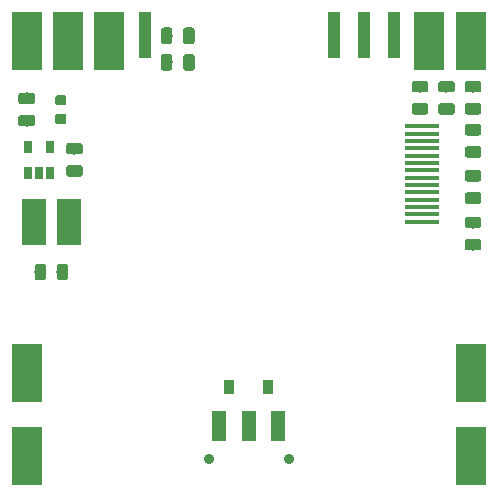
<source format=gbr>
G04 #@! TF.GenerationSoftware,KiCad,Pcbnew,(5.1.4)-1*
G04 #@! TF.CreationDate,2019-10-10T18:24:03+02:00*
G04 #@! TF.ProjectId,Top,546f702e-6b69-4636-9164-5f7063625858,rev?*
G04 #@! TF.SameCoordinates,Original*
G04 #@! TF.FileFunction,Soldermask,Bot*
G04 #@! TF.FilePolarity,Negative*
%FSLAX46Y46*%
G04 Gerber Fmt 4.6, Leading zero omitted, Abs format (unit mm)*
G04 Created by KiCad (PCBNEW (5.1.4)-1) date 2019-10-10 18:24:03*
%MOMM*%
%LPD*%
G04 APERTURE LIST*
%ADD10R,2.500000X5.000000*%
%ADD11C,0.900000*%
%ADD12R,1.200000X2.500000*%
%ADD13R,2.000000X4.000000*%
%ADD14R,3.000000X0.320000*%
%ADD15R,1.000000X4.000000*%
%ADD16R,0.650000X1.060000*%
%ADD17C,0.100000*%
%ADD18C,0.975000*%
%ADD19R,0.900000X1.200000*%
%ADD20C,0.875000*%
G04 APERTURE END LIST*
D10*
X165800000Y-97950000D03*
D11*
X153900000Y-133300000D03*
X147100000Y-133300000D03*
D12*
X148000000Y-130550000D03*
X150500000Y-130550000D03*
X153000000Y-130550000D03*
D13*
X135300000Y-113300000D03*
X132300000Y-113300000D03*
D14*
X165150000Y-105180000D03*
X165150000Y-105800000D03*
X165150000Y-106420000D03*
X165150000Y-107040000D03*
X165150000Y-107660000D03*
X165150000Y-108280000D03*
X165150000Y-108900000D03*
X165150000Y-109520000D03*
X165150000Y-110140000D03*
X165150000Y-110760000D03*
X165150000Y-111380000D03*
X165150000Y-112000000D03*
X165150000Y-112620000D03*
X165150000Y-113240000D03*
D15*
X141700000Y-97450000D03*
X157720000Y-97450000D03*
X160260000Y-97450000D03*
X162800000Y-97450000D03*
D10*
X138700000Y-97950000D03*
X169300000Y-97950000D03*
D16*
X133700000Y-109100000D03*
X132750000Y-109100000D03*
X131800000Y-109100000D03*
X131800000Y-106900000D03*
X133700000Y-106900000D03*
D10*
X131700000Y-97950000D03*
X135200000Y-97950000D03*
D17*
G36*
X135005142Y-116801174D02*
G01*
X135028803Y-116804684D01*
X135052007Y-116810496D01*
X135074529Y-116818554D01*
X135096153Y-116828782D01*
X135116670Y-116841079D01*
X135135883Y-116855329D01*
X135153607Y-116871393D01*
X135169671Y-116889117D01*
X135183921Y-116908330D01*
X135196218Y-116928847D01*
X135206446Y-116950471D01*
X135214504Y-116972993D01*
X135220316Y-116996197D01*
X135223826Y-117019858D01*
X135225000Y-117043750D01*
X135225000Y-117956250D01*
X135223826Y-117980142D01*
X135220316Y-118003803D01*
X135214504Y-118027007D01*
X135206446Y-118049529D01*
X135196218Y-118071153D01*
X135183921Y-118091670D01*
X135169671Y-118110883D01*
X135153607Y-118128607D01*
X135135883Y-118144671D01*
X135116670Y-118158921D01*
X135096153Y-118171218D01*
X135074529Y-118181446D01*
X135052007Y-118189504D01*
X135028803Y-118195316D01*
X135005142Y-118198826D01*
X134981250Y-118200000D01*
X134493750Y-118200000D01*
X134469858Y-118198826D01*
X134446197Y-118195316D01*
X134422993Y-118189504D01*
X134400471Y-118181446D01*
X134378847Y-118171218D01*
X134358330Y-118158921D01*
X134339117Y-118144671D01*
X134321393Y-118128607D01*
X134305329Y-118110883D01*
X134291079Y-118091670D01*
X134278782Y-118071153D01*
X134268554Y-118049529D01*
X134260496Y-118027007D01*
X134254684Y-118003803D01*
X134251174Y-117980142D01*
X134250000Y-117956250D01*
X134250000Y-117043750D01*
X134251174Y-117019858D01*
X134254684Y-116996197D01*
X134260496Y-116972993D01*
X134268554Y-116950471D01*
X134278782Y-116928847D01*
X134291079Y-116908330D01*
X134305329Y-116889117D01*
X134321393Y-116871393D01*
X134339117Y-116855329D01*
X134358330Y-116841079D01*
X134378847Y-116828782D01*
X134400471Y-116818554D01*
X134422993Y-116810496D01*
X134446197Y-116804684D01*
X134469858Y-116801174D01*
X134493750Y-116800000D01*
X134981250Y-116800000D01*
X135005142Y-116801174D01*
X135005142Y-116801174D01*
G37*
D18*
X134737500Y-117500000D03*
D17*
G36*
X133130142Y-116801174D02*
G01*
X133153803Y-116804684D01*
X133177007Y-116810496D01*
X133199529Y-116818554D01*
X133221153Y-116828782D01*
X133241670Y-116841079D01*
X133260883Y-116855329D01*
X133278607Y-116871393D01*
X133294671Y-116889117D01*
X133308921Y-116908330D01*
X133321218Y-116928847D01*
X133331446Y-116950471D01*
X133339504Y-116972993D01*
X133345316Y-116996197D01*
X133348826Y-117019858D01*
X133350000Y-117043750D01*
X133350000Y-117956250D01*
X133348826Y-117980142D01*
X133345316Y-118003803D01*
X133339504Y-118027007D01*
X133331446Y-118049529D01*
X133321218Y-118071153D01*
X133308921Y-118091670D01*
X133294671Y-118110883D01*
X133278607Y-118128607D01*
X133260883Y-118144671D01*
X133241670Y-118158921D01*
X133221153Y-118171218D01*
X133199529Y-118181446D01*
X133177007Y-118189504D01*
X133153803Y-118195316D01*
X133130142Y-118198826D01*
X133106250Y-118200000D01*
X132618750Y-118200000D01*
X132594858Y-118198826D01*
X132571197Y-118195316D01*
X132547993Y-118189504D01*
X132525471Y-118181446D01*
X132503847Y-118171218D01*
X132483330Y-118158921D01*
X132464117Y-118144671D01*
X132446393Y-118128607D01*
X132430329Y-118110883D01*
X132416079Y-118091670D01*
X132403782Y-118071153D01*
X132393554Y-118049529D01*
X132385496Y-118027007D01*
X132379684Y-118003803D01*
X132376174Y-117980142D01*
X132375000Y-117956250D01*
X132375000Y-117043750D01*
X132376174Y-117019858D01*
X132379684Y-116996197D01*
X132385496Y-116972993D01*
X132393554Y-116950471D01*
X132403782Y-116928847D01*
X132416079Y-116908330D01*
X132430329Y-116889117D01*
X132446393Y-116871393D01*
X132464117Y-116855329D01*
X132483330Y-116841079D01*
X132503847Y-116828782D01*
X132525471Y-116818554D01*
X132547993Y-116810496D01*
X132571197Y-116804684D01*
X132594858Y-116801174D01*
X132618750Y-116800000D01*
X133106250Y-116800000D01*
X133130142Y-116801174D01*
X133130142Y-116801174D01*
G37*
D18*
X132862500Y-117500000D03*
D17*
G36*
X169980142Y-114701174D02*
G01*
X170003803Y-114704684D01*
X170027007Y-114710496D01*
X170049529Y-114718554D01*
X170071153Y-114728782D01*
X170091670Y-114741079D01*
X170110883Y-114755329D01*
X170128607Y-114771393D01*
X170144671Y-114789117D01*
X170158921Y-114808330D01*
X170171218Y-114828847D01*
X170181446Y-114850471D01*
X170189504Y-114872993D01*
X170195316Y-114896197D01*
X170198826Y-114919858D01*
X170200000Y-114943750D01*
X170200000Y-115431250D01*
X170198826Y-115455142D01*
X170195316Y-115478803D01*
X170189504Y-115502007D01*
X170181446Y-115524529D01*
X170171218Y-115546153D01*
X170158921Y-115566670D01*
X170144671Y-115585883D01*
X170128607Y-115603607D01*
X170110883Y-115619671D01*
X170091670Y-115633921D01*
X170071153Y-115646218D01*
X170049529Y-115656446D01*
X170027007Y-115664504D01*
X170003803Y-115670316D01*
X169980142Y-115673826D01*
X169956250Y-115675000D01*
X169043750Y-115675000D01*
X169019858Y-115673826D01*
X168996197Y-115670316D01*
X168972993Y-115664504D01*
X168950471Y-115656446D01*
X168928847Y-115646218D01*
X168908330Y-115633921D01*
X168889117Y-115619671D01*
X168871393Y-115603607D01*
X168855329Y-115585883D01*
X168841079Y-115566670D01*
X168828782Y-115546153D01*
X168818554Y-115524529D01*
X168810496Y-115502007D01*
X168804684Y-115478803D01*
X168801174Y-115455142D01*
X168800000Y-115431250D01*
X168800000Y-114943750D01*
X168801174Y-114919858D01*
X168804684Y-114896197D01*
X168810496Y-114872993D01*
X168818554Y-114850471D01*
X168828782Y-114828847D01*
X168841079Y-114808330D01*
X168855329Y-114789117D01*
X168871393Y-114771393D01*
X168889117Y-114755329D01*
X168908330Y-114741079D01*
X168928847Y-114728782D01*
X168950471Y-114718554D01*
X168972993Y-114710496D01*
X168996197Y-114704684D01*
X169019858Y-114701174D01*
X169043750Y-114700000D01*
X169956250Y-114700000D01*
X169980142Y-114701174D01*
X169980142Y-114701174D01*
G37*
D18*
X169500000Y-115187500D03*
D17*
G36*
X169980142Y-112826174D02*
G01*
X170003803Y-112829684D01*
X170027007Y-112835496D01*
X170049529Y-112843554D01*
X170071153Y-112853782D01*
X170091670Y-112866079D01*
X170110883Y-112880329D01*
X170128607Y-112896393D01*
X170144671Y-112914117D01*
X170158921Y-112933330D01*
X170171218Y-112953847D01*
X170181446Y-112975471D01*
X170189504Y-112997993D01*
X170195316Y-113021197D01*
X170198826Y-113044858D01*
X170200000Y-113068750D01*
X170200000Y-113556250D01*
X170198826Y-113580142D01*
X170195316Y-113603803D01*
X170189504Y-113627007D01*
X170181446Y-113649529D01*
X170171218Y-113671153D01*
X170158921Y-113691670D01*
X170144671Y-113710883D01*
X170128607Y-113728607D01*
X170110883Y-113744671D01*
X170091670Y-113758921D01*
X170071153Y-113771218D01*
X170049529Y-113781446D01*
X170027007Y-113789504D01*
X170003803Y-113795316D01*
X169980142Y-113798826D01*
X169956250Y-113800000D01*
X169043750Y-113800000D01*
X169019858Y-113798826D01*
X168996197Y-113795316D01*
X168972993Y-113789504D01*
X168950471Y-113781446D01*
X168928847Y-113771218D01*
X168908330Y-113758921D01*
X168889117Y-113744671D01*
X168871393Y-113728607D01*
X168855329Y-113710883D01*
X168841079Y-113691670D01*
X168828782Y-113671153D01*
X168818554Y-113649529D01*
X168810496Y-113627007D01*
X168804684Y-113603803D01*
X168801174Y-113580142D01*
X168800000Y-113556250D01*
X168800000Y-113068750D01*
X168801174Y-113044858D01*
X168804684Y-113021197D01*
X168810496Y-112997993D01*
X168818554Y-112975471D01*
X168828782Y-112953847D01*
X168841079Y-112933330D01*
X168855329Y-112914117D01*
X168871393Y-112896393D01*
X168889117Y-112880329D01*
X168908330Y-112866079D01*
X168928847Y-112853782D01*
X168950471Y-112843554D01*
X168972993Y-112835496D01*
X168996197Y-112829684D01*
X169019858Y-112826174D01*
X169043750Y-112825000D01*
X169956250Y-112825000D01*
X169980142Y-112826174D01*
X169980142Y-112826174D01*
G37*
D18*
X169500000Y-113312500D03*
D17*
G36*
X169980142Y-108876174D02*
G01*
X170003803Y-108879684D01*
X170027007Y-108885496D01*
X170049529Y-108893554D01*
X170071153Y-108903782D01*
X170091670Y-108916079D01*
X170110883Y-108930329D01*
X170128607Y-108946393D01*
X170144671Y-108964117D01*
X170158921Y-108983330D01*
X170171218Y-109003847D01*
X170181446Y-109025471D01*
X170189504Y-109047993D01*
X170195316Y-109071197D01*
X170198826Y-109094858D01*
X170200000Y-109118750D01*
X170200000Y-109606250D01*
X170198826Y-109630142D01*
X170195316Y-109653803D01*
X170189504Y-109677007D01*
X170181446Y-109699529D01*
X170171218Y-109721153D01*
X170158921Y-109741670D01*
X170144671Y-109760883D01*
X170128607Y-109778607D01*
X170110883Y-109794671D01*
X170091670Y-109808921D01*
X170071153Y-109821218D01*
X170049529Y-109831446D01*
X170027007Y-109839504D01*
X170003803Y-109845316D01*
X169980142Y-109848826D01*
X169956250Y-109850000D01*
X169043750Y-109850000D01*
X169019858Y-109848826D01*
X168996197Y-109845316D01*
X168972993Y-109839504D01*
X168950471Y-109831446D01*
X168928847Y-109821218D01*
X168908330Y-109808921D01*
X168889117Y-109794671D01*
X168871393Y-109778607D01*
X168855329Y-109760883D01*
X168841079Y-109741670D01*
X168828782Y-109721153D01*
X168818554Y-109699529D01*
X168810496Y-109677007D01*
X168804684Y-109653803D01*
X168801174Y-109630142D01*
X168800000Y-109606250D01*
X168800000Y-109118750D01*
X168801174Y-109094858D01*
X168804684Y-109071197D01*
X168810496Y-109047993D01*
X168818554Y-109025471D01*
X168828782Y-109003847D01*
X168841079Y-108983330D01*
X168855329Y-108964117D01*
X168871393Y-108946393D01*
X168889117Y-108930329D01*
X168908330Y-108916079D01*
X168928847Y-108903782D01*
X168950471Y-108893554D01*
X168972993Y-108885496D01*
X168996197Y-108879684D01*
X169019858Y-108876174D01*
X169043750Y-108875000D01*
X169956250Y-108875000D01*
X169980142Y-108876174D01*
X169980142Y-108876174D01*
G37*
D18*
X169500000Y-109362500D03*
D17*
G36*
X169980142Y-110751174D02*
G01*
X170003803Y-110754684D01*
X170027007Y-110760496D01*
X170049529Y-110768554D01*
X170071153Y-110778782D01*
X170091670Y-110791079D01*
X170110883Y-110805329D01*
X170128607Y-110821393D01*
X170144671Y-110839117D01*
X170158921Y-110858330D01*
X170171218Y-110878847D01*
X170181446Y-110900471D01*
X170189504Y-110922993D01*
X170195316Y-110946197D01*
X170198826Y-110969858D01*
X170200000Y-110993750D01*
X170200000Y-111481250D01*
X170198826Y-111505142D01*
X170195316Y-111528803D01*
X170189504Y-111552007D01*
X170181446Y-111574529D01*
X170171218Y-111596153D01*
X170158921Y-111616670D01*
X170144671Y-111635883D01*
X170128607Y-111653607D01*
X170110883Y-111669671D01*
X170091670Y-111683921D01*
X170071153Y-111696218D01*
X170049529Y-111706446D01*
X170027007Y-111714504D01*
X170003803Y-111720316D01*
X169980142Y-111723826D01*
X169956250Y-111725000D01*
X169043750Y-111725000D01*
X169019858Y-111723826D01*
X168996197Y-111720316D01*
X168972993Y-111714504D01*
X168950471Y-111706446D01*
X168928847Y-111696218D01*
X168908330Y-111683921D01*
X168889117Y-111669671D01*
X168871393Y-111653607D01*
X168855329Y-111635883D01*
X168841079Y-111616670D01*
X168828782Y-111596153D01*
X168818554Y-111574529D01*
X168810496Y-111552007D01*
X168804684Y-111528803D01*
X168801174Y-111505142D01*
X168800000Y-111481250D01*
X168800000Y-110993750D01*
X168801174Y-110969858D01*
X168804684Y-110946197D01*
X168810496Y-110922993D01*
X168818554Y-110900471D01*
X168828782Y-110878847D01*
X168841079Y-110858330D01*
X168855329Y-110839117D01*
X168871393Y-110821393D01*
X168889117Y-110805329D01*
X168908330Y-110791079D01*
X168928847Y-110778782D01*
X168950471Y-110768554D01*
X168972993Y-110760496D01*
X168996197Y-110754684D01*
X169019858Y-110751174D01*
X169043750Y-110750000D01*
X169956250Y-110750000D01*
X169980142Y-110751174D01*
X169980142Y-110751174D01*
G37*
D18*
X169500000Y-111237500D03*
D17*
G36*
X169980142Y-104976174D02*
G01*
X170003803Y-104979684D01*
X170027007Y-104985496D01*
X170049529Y-104993554D01*
X170071153Y-105003782D01*
X170091670Y-105016079D01*
X170110883Y-105030329D01*
X170128607Y-105046393D01*
X170144671Y-105064117D01*
X170158921Y-105083330D01*
X170171218Y-105103847D01*
X170181446Y-105125471D01*
X170189504Y-105147993D01*
X170195316Y-105171197D01*
X170198826Y-105194858D01*
X170200000Y-105218750D01*
X170200000Y-105706250D01*
X170198826Y-105730142D01*
X170195316Y-105753803D01*
X170189504Y-105777007D01*
X170181446Y-105799529D01*
X170171218Y-105821153D01*
X170158921Y-105841670D01*
X170144671Y-105860883D01*
X170128607Y-105878607D01*
X170110883Y-105894671D01*
X170091670Y-105908921D01*
X170071153Y-105921218D01*
X170049529Y-105931446D01*
X170027007Y-105939504D01*
X170003803Y-105945316D01*
X169980142Y-105948826D01*
X169956250Y-105950000D01*
X169043750Y-105950000D01*
X169019858Y-105948826D01*
X168996197Y-105945316D01*
X168972993Y-105939504D01*
X168950471Y-105931446D01*
X168928847Y-105921218D01*
X168908330Y-105908921D01*
X168889117Y-105894671D01*
X168871393Y-105878607D01*
X168855329Y-105860883D01*
X168841079Y-105841670D01*
X168828782Y-105821153D01*
X168818554Y-105799529D01*
X168810496Y-105777007D01*
X168804684Y-105753803D01*
X168801174Y-105730142D01*
X168800000Y-105706250D01*
X168800000Y-105218750D01*
X168801174Y-105194858D01*
X168804684Y-105171197D01*
X168810496Y-105147993D01*
X168818554Y-105125471D01*
X168828782Y-105103847D01*
X168841079Y-105083330D01*
X168855329Y-105064117D01*
X168871393Y-105046393D01*
X168889117Y-105030329D01*
X168908330Y-105016079D01*
X168928847Y-105003782D01*
X168950471Y-104993554D01*
X168972993Y-104985496D01*
X168996197Y-104979684D01*
X169019858Y-104976174D01*
X169043750Y-104975000D01*
X169956250Y-104975000D01*
X169980142Y-104976174D01*
X169980142Y-104976174D01*
G37*
D18*
X169500000Y-105462500D03*
D17*
G36*
X169980142Y-106851174D02*
G01*
X170003803Y-106854684D01*
X170027007Y-106860496D01*
X170049529Y-106868554D01*
X170071153Y-106878782D01*
X170091670Y-106891079D01*
X170110883Y-106905329D01*
X170128607Y-106921393D01*
X170144671Y-106939117D01*
X170158921Y-106958330D01*
X170171218Y-106978847D01*
X170181446Y-107000471D01*
X170189504Y-107022993D01*
X170195316Y-107046197D01*
X170198826Y-107069858D01*
X170200000Y-107093750D01*
X170200000Y-107581250D01*
X170198826Y-107605142D01*
X170195316Y-107628803D01*
X170189504Y-107652007D01*
X170181446Y-107674529D01*
X170171218Y-107696153D01*
X170158921Y-107716670D01*
X170144671Y-107735883D01*
X170128607Y-107753607D01*
X170110883Y-107769671D01*
X170091670Y-107783921D01*
X170071153Y-107796218D01*
X170049529Y-107806446D01*
X170027007Y-107814504D01*
X170003803Y-107820316D01*
X169980142Y-107823826D01*
X169956250Y-107825000D01*
X169043750Y-107825000D01*
X169019858Y-107823826D01*
X168996197Y-107820316D01*
X168972993Y-107814504D01*
X168950471Y-107806446D01*
X168928847Y-107796218D01*
X168908330Y-107783921D01*
X168889117Y-107769671D01*
X168871393Y-107753607D01*
X168855329Y-107735883D01*
X168841079Y-107716670D01*
X168828782Y-107696153D01*
X168818554Y-107674529D01*
X168810496Y-107652007D01*
X168804684Y-107628803D01*
X168801174Y-107605142D01*
X168800000Y-107581250D01*
X168800000Y-107093750D01*
X168801174Y-107069858D01*
X168804684Y-107046197D01*
X168810496Y-107022993D01*
X168818554Y-107000471D01*
X168828782Y-106978847D01*
X168841079Y-106958330D01*
X168855329Y-106939117D01*
X168871393Y-106921393D01*
X168889117Y-106905329D01*
X168908330Y-106891079D01*
X168928847Y-106878782D01*
X168950471Y-106868554D01*
X168972993Y-106860496D01*
X168996197Y-106854684D01*
X169019858Y-106851174D01*
X169043750Y-106850000D01*
X169956250Y-106850000D01*
X169980142Y-106851174D01*
X169980142Y-106851174D01*
G37*
D18*
X169500000Y-107337500D03*
D17*
G36*
X165480142Y-101326174D02*
G01*
X165503803Y-101329684D01*
X165527007Y-101335496D01*
X165549529Y-101343554D01*
X165571153Y-101353782D01*
X165591670Y-101366079D01*
X165610883Y-101380329D01*
X165628607Y-101396393D01*
X165644671Y-101414117D01*
X165658921Y-101433330D01*
X165671218Y-101453847D01*
X165681446Y-101475471D01*
X165689504Y-101497993D01*
X165695316Y-101521197D01*
X165698826Y-101544858D01*
X165700000Y-101568750D01*
X165700000Y-102056250D01*
X165698826Y-102080142D01*
X165695316Y-102103803D01*
X165689504Y-102127007D01*
X165681446Y-102149529D01*
X165671218Y-102171153D01*
X165658921Y-102191670D01*
X165644671Y-102210883D01*
X165628607Y-102228607D01*
X165610883Y-102244671D01*
X165591670Y-102258921D01*
X165571153Y-102271218D01*
X165549529Y-102281446D01*
X165527007Y-102289504D01*
X165503803Y-102295316D01*
X165480142Y-102298826D01*
X165456250Y-102300000D01*
X164543750Y-102300000D01*
X164519858Y-102298826D01*
X164496197Y-102295316D01*
X164472993Y-102289504D01*
X164450471Y-102281446D01*
X164428847Y-102271218D01*
X164408330Y-102258921D01*
X164389117Y-102244671D01*
X164371393Y-102228607D01*
X164355329Y-102210883D01*
X164341079Y-102191670D01*
X164328782Y-102171153D01*
X164318554Y-102149529D01*
X164310496Y-102127007D01*
X164304684Y-102103803D01*
X164301174Y-102080142D01*
X164300000Y-102056250D01*
X164300000Y-101568750D01*
X164301174Y-101544858D01*
X164304684Y-101521197D01*
X164310496Y-101497993D01*
X164318554Y-101475471D01*
X164328782Y-101453847D01*
X164341079Y-101433330D01*
X164355329Y-101414117D01*
X164371393Y-101396393D01*
X164389117Y-101380329D01*
X164408330Y-101366079D01*
X164428847Y-101353782D01*
X164450471Y-101343554D01*
X164472993Y-101335496D01*
X164496197Y-101329684D01*
X164519858Y-101326174D01*
X164543750Y-101325000D01*
X165456250Y-101325000D01*
X165480142Y-101326174D01*
X165480142Y-101326174D01*
G37*
D18*
X165000000Y-101812500D03*
D17*
G36*
X165480142Y-103201174D02*
G01*
X165503803Y-103204684D01*
X165527007Y-103210496D01*
X165549529Y-103218554D01*
X165571153Y-103228782D01*
X165591670Y-103241079D01*
X165610883Y-103255329D01*
X165628607Y-103271393D01*
X165644671Y-103289117D01*
X165658921Y-103308330D01*
X165671218Y-103328847D01*
X165681446Y-103350471D01*
X165689504Y-103372993D01*
X165695316Y-103396197D01*
X165698826Y-103419858D01*
X165700000Y-103443750D01*
X165700000Y-103931250D01*
X165698826Y-103955142D01*
X165695316Y-103978803D01*
X165689504Y-104002007D01*
X165681446Y-104024529D01*
X165671218Y-104046153D01*
X165658921Y-104066670D01*
X165644671Y-104085883D01*
X165628607Y-104103607D01*
X165610883Y-104119671D01*
X165591670Y-104133921D01*
X165571153Y-104146218D01*
X165549529Y-104156446D01*
X165527007Y-104164504D01*
X165503803Y-104170316D01*
X165480142Y-104173826D01*
X165456250Y-104175000D01*
X164543750Y-104175000D01*
X164519858Y-104173826D01*
X164496197Y-104170316D01*
X164472993Y-104164504D01*
X164450471Y-104156446D01*
X164428847Y-104146218D01*
X164408330Y-104133921D01*
X164389117Y-104119671D01*
X164371393Y-104103607D01*
X164355329Y-104085883D01*
X164341079Y-104066670D01*
X164328782Y-104046153D01*
X164318554Y-104024529D01*
X164310496Y-104002007D01*
X164304684Y-103978803D01*
X164301174Y-103955142D01*
X164300000Y-103931250D01*
X164300000Y-103443750D01*
X164301174Y-103419858D01*
X164304684Y-103396197D01*
X164310496Y-103372993D01*
X164318554Y-103350471D01*
X164328782Y-103328847D01*
X164341079Y-103308330D01*
X164355329Y-103289117D01*
X164371393Y-103271393D01*
X164389117Y-103255329D01*
X164408330Y-103241079D01*
X164428847Y-103228782D01*
X164450471Y-103218554D01*
X164472993Y-103210496D01*
X164496197Y-103204684D01*
X164519858Y-103201174D01*
X164543750Y-103200000D01*
X165456250Y-103200000D01*
X165480142Y-103201174D01*
X165480142Y-103201174D01*
G37*
D18*
X165000000Y-103687500D03*
D17*
G36*
X167730142Y-101326174D02*
G01*
X167753803Y-101329684D01*
X167777007Y-101335496D01*
X167799529Y-101343554D01*
X167821153Y-101353782D01*
X167841670Y-101366079D01*
X167860883Y-101380329D01*
X167878607Y-101396393D01*
X167894671Y-101414117D01*
X167908921Y-101433330D01*
X167921218Y-101453847D01*
X167931446Y-101475471D01*
X167939504Y-101497993D01*
X167945316Y-101521197D01*
X167948826Y-101544858D01*
X167950000Y-101568750D01*
X167950000Y-102056250D01*
X167948826Y-102080142D01*
X167945316Y-102103803D01*
X167939504Y-102127007D01*
X167931446Y-102149529D01*
X167921218Y-102171153D01*
X167908921Y-102191670D01*
X167894671Y-102210883D01*
X167878607Y-102228607D01*
X167860883Y-102244671D01*
X167841670Y-102258921D01*
X167821153Y-102271218D01*
X167799529Y-102281446D01*
X167777007Y-102289504D01*
X167753803Y-102295316D01*
X167730142Y-102298826D01*
X167706250Y-102300000D01*
X166793750Y-102300000D01*
X166769858Y-102298826D01*
X166746197Y-102295316D01*
X166722993Y-102289504D01*
X166700471Y-102281446D01*
X166678847Y-102271218D01*
X166658330Y-102258921D01*
X166639117Y-102244671D01*
X166621393Y-102228607D01*
X166605329Y-102210883D01*
X166591079Y-102191670D01*
X166578782Y-102171153D01*
X166568554Y-102149529D01*
X166560496Y-102127007D01*
X166554684Y-102103803D01*
X166551174Y-102080142D01*
X166550000Y-102056250D01*
X166550000Y-101568750D01*
X166551174Y-101544858D01*
X166554684Y-101521197D01*
X166560496Y-101497993D01*
X166568554Y-101475471D01*
X166578782Y-101453847D01*
X166591079Y-101433330D01*
X166605329Y-101414117D01*
X166621393Y-101396393D01*
X166639117Y-101380329D01*
X166658330Y-101366079D01*
X166678847Y-101353782D01*
X166700471Y-101343554D01*
X166722993Y-101335496D01*
X166746197Y-101329684D01*
X166769858Y-101326174D01*
X166793750Y-101325000D01*
X167706250Y-101325000D01*
X167730142Y-101326174D01*
X167730142Y-101326174D01*
G37*
D18*
X167250000Y-101812500D03*
D17*
G36*
X167730142Y-103201174D02*
G01*
X167753803Y-103204684D01*
X167777007Y-103210496D01*
X167799529Y-103218554D01*
X167821153Y-103228782D01*
X167841670Y-103241079D01*
X167860883Y-103255329D01*
X167878607Y-103271393D01*
X167894671Y-103289117D01*
X167908921Y-103308330D01*
X167921218Y-103328847D01*
X167931446Y-103350471D01*
X167939504Y-103372993D01*
X167945316Y-103396197D01*
X167948826Y-103419858D01*
X167950000Y-103443750D01*
X167950000Y-103931250D01*
X167948826Y-103955142D01*
X167945316Y-103978803D01*
X167939504Y-104002007D01*
X167931446Y-104024529D01*
X167921218Y-104046153D01*
X167908921Y-104066670D01*
X167894671Y-104085883D01*
X167878607Y-104103607D01*
X167860883Y-104119671D01*
X167841670Y-104133921D01*
X167821153Y-104146218D01*
X167799529Y-104156446D01*
X167777007Y-104164504D01*
X167753803Y-104170316D01*
X167730142Y-104173826D01*
X167706250Y-104175000D01*
X166793750Y-104175000D01*
X166769858Y-104173826D01*
X166746197Y-104170316D01*
X166722993Y-104164504D01*
X166700471Y-104156446D01*
X166678847Y-104146218D01*
X166658330Y-104133921D01*
X166639117Y-104119671D01*
X166621393Y-104103607D01*
X166605329Y-104085883D01*
X166591079Y-104066670D01*
X166578782Y-104046153D01*
X166568554Y-104024529D01*
X166560496Y-104002007D01*
X166554684Y-103978803D01*
X166551174Y-103955142D01*
X166550000Y-103931250D01*
X166550000Y-103443750D01*
X166551174Y-103419858D01*
X166554684Y-103396197D01*
X166560496Y-103372993D01*
X166568554Y-103350471D01*
X166578782Y-103328847D01*
X166591079Y-103308330D01*
X166605329Y-103289117D01*
X166621393Y-103271393D01*
X166639117Y-103255329D01*
X166658330Y-103241079D01*
X166678847Y-103228782D01*
X166700471Y-103218554D01*
X166722993Y-103210496D01*
X166746197Y-103204684D01*
X166769858Y-103201174D01*
X166793750Y-103200000D01*
X167706250Y-103200000D01*
X167730142Y-103201174D01*
X167730142Y-103201174D01*
G37*
D18*
X167250000Y-103687500D03*
D17*
G36*
X145705142Y-99051174D02*
G01*
X145728803Y-99054684D01*
X145752007Y-99060496D01*
X145774529Y-99068554D01*
X145796153Y-99078782D01*
X145816670Y-99091079D01*
X145835883Y-99105329D01*
X145853607Y-99121393D01*
X145869671Y-99139117D01*
X145883921Y-99158330D01*
X145896218Y-99178847D01*
X145906446Y-99200471D01*
X145914504Y-99222993D01*
X145920316Y-99246197D01*
X145923826Y-99269858D01*
X145925000Y-99293750D01*
X145925000Y-100206250D01*
X145923826Y-100230142D01*
X145920316Y-100253803D01*
X145914504Y-100277007D01*
X145906446Y-100299529D01*
X145896218Y-100321153D01*
X145883921Y-100341670D01*
X145869671Y-100360883D01*
X145853607Y-100378607D01*
X145835883Y-100394671D01*
X145816670Y-100408921D01*
X145796153Y-100421218D01*
X145774529Y-100431446D01*
X145752007Y-100439504D01*
X145728803Y-100445316D01*
X145705142Y-100448826D01*
X145681250Y-100450000D01*
X145193750Y-100450000D01*
X145169858Y-100448826D01*
X145146197Y-100445316D01*
X145122993Y-100439504D01*
X145100471Y-100431446D01*
X145078847Y-100421218D01*
X145058330Y-100408921D01*
X145039117Y-100394671D01*
X145021393Y-100378607D01*
X145005329Y-100360883D01*
X144991079Y-100341670D01*
X144978782Y-100321153D01*
X144968554Y-100299529D01*
X144960496Y-100277007D01*
X144954684Y-100253803D01*
X144951174Y-100230142D01*
X144950000Y-100206250D01*
X144950000Y-99293750D01*
X144951174Y-99269858D01*
X144954684Y-99246197D01*
X144960496Y-99222993D01*
X144968554Y-99200471D01*
X144978782Y-99178847D01*
X144991079Y-99158330D01*
X145005329Y-99139117D01*
X145021393Y-99121393D01*
X145039117Y-99105329D01*
X145058330Y-99091079D01*
X145078847Y-99078782D01*
X145100471Y-99068554D01*
X145122993Y-99060496D01*
X145146197Y-99054684D01*
X145169858Y-99051174D01*
X145193750Y-99050000D01*
X145681250Y-99050000D01*
X145705142Y-99051174D01*
X145705142Y-99051174D01*
G37*
D18*
X145437500Y-99750000D03*
D17*
G36*
X143830142Y-99051174D02*
G01*
X143853803Y-99054684D01*
X143877007Y-99060496D01*
X143899529Y-99068554D01*
X143921153Y-99078782D01*
X143941670Y-99091079D01*
X143960883Y-99105329D01*
X143978607Y-99121393D01*
X143994671Y-99139117D01*
X144008921Y-99158330D01*
X144021218Y-99178847D01*
X144031446Y-99200471D01*
X144039504Y-99222993D01*
X144045316Y-99246197D01*
X144048826Y-99269858D01*
X144050000Y-99293750D01*
X144050000Y-100206250D01*
X144048826Y-100230142D01*
X144045316Y-100253803D01*
X144039504Y-100277007D01*
X144031446Y-100299529D01*
X144021218Y-100321153D01*
X144008921Y-100341670D01*
X143994671Y-100360883D01*
X143978607Y-100378607D01*
X143960883Y-100394671D01*
X143941670Y-100408921D01*
X143921153Y-100421218D01*
X143899529Y-100431446D01*
X143877007Y-100439504D01*
X143853803Y-100445316D01*
X143830142Y-100448826D01*
X143806250Y-100450000D01*
X143318750Y-100450000D01*
X143294858Y-100448826D01*
X143271197Y-100445316D01*
X143247993Y-100439504D01*
X143225471Y-100431446D01*
X143203847Y-100421218D01*
X143183330Y-100408921D01*
X143164117Y-100394671D01*
X143146393Y-100378607D01*
X143130329Y-100360883D01*
X143116079Y-100341670D01*
X143103782Y-100321153D01*
X143093554Y-100299529D01*
X143085496Y-100277007D01*
X143079684Y-100253803D01*
X143076174Y-100230142D01*
X143075000Y-100206250D01*
X143075000Y-99293750D01*
X143076174Y-99269858D01*
X143079684Y-99246197D01*
X143085496Y-99222993D01*
X143093554Y-99200471D01*
X143103782Y-99178847D01*
X143116079Y-99158330D01*
X143130329Y-99139117D01*
X143146393Y-99121393D01*
X143164117Y-99105329D01*
X143183330Y-99091079D01*
X143203847Y-99078782D01*
X143225471Y-99068554D01*
X143247993Y-99060496D01*
X143271197Y-99054684D01*
X143294858Y-99051174D01*
X143318750Y-99050000D01*
X143806250Y-99050000D01*
X143830142Y-99051174D01*
X143830142Y-99051174D01*
G37*
D18*
X143562500Y-99750000D03*
D17*
G36*
X145705142Y-96801174D02*
G01*
X145728803Y-96804684D01*
X145752007Y-96810496D01*
X145774529Y-96818554D01*
X145796153Y-96828782D01*
X145816670Y-96841079D01*
X145835883Y-96855329D01*
X145853607Y-96871393D01*
X145869671Y-96889117D01*
X145883921Y-96908330D01*
X145896218Y-96928847D01*
X145906446Y-96950471D01*
X145914504Y-96972993D01*
X145920316Y-96996197D01*
X145923826Y-97019858D01*
X145925000Y-97043750D01*
X145925000Y-97956250D01*
X145923826Y-97980142D01*
X145920316Y-98003803D01*
X145914504Y-98027007D01*
X145906446Y-98049529D01*
X145896218Y-98071153D01*
X145883921Y-98091670D01*
X145869671Y-98110883D01*
X145853607Y-98128607D01*
X145835883Y-98144671D01*
X145816670Y-98158921D01*
X145796153Y-98171218D01*
X145774529Y-98181446D01*
X145752007Y-98189504D01*
X145728803Y-98195316D01*
X145705142Y-98198826D01*
X145681250Y-98200000D01*
X145193750Y-98200000D01*
X145169858Y-98198826D01*
X145146197Y-98195316D01*
X145122993Y-98189504D01*
X145100471Y-98181446D01*
X145078847Y-98171218D01*
X145058330Y-98158921D01*
X145039117Y-98144671D01*
X145021393Y-98128607D01*
X145005329Y-98110883D01*
X144991079Y-98091670D01*
X144978782Y-98071153D01*
X144968554Y-98049529D01*
X144960496Y-98027007D01*
X144954684Y-98003803D01*
X144951174Y-97980142D01*
X144950000Y-97956250D01*
X144950000Y-97043750D01*
X144951174Y-97019858D01*
X144954684Y-96996197D01*
X144960496Y-96972993D01*
X144968554Y-96950471D01*
X144978782Y-96928847D01*
X144991079Y-96908330D01*
X145005329Y-96889117D01*
X145021393Y-96871393D01*
X145039117Y-96855329D01*
X145058330Y-96841079D01*
X145078847Y-96828782D01*
X145100471Y-96818554D01*
X145122993Y-96810496D01*
X145146197Y-96804684D01*
X145169858Y-96801174D01*
X145193750Y-96800000D01*
X145681250Y-96800000D01*
X145705142Y-96801174D01*
X145705142Y-96801174D01*
G37*
D18*
X145437500Y-97500000D03*
D17*
G36*
X143830142Y-96801174D02*
G01*
X143853803Y-96804684D01*
X143877007Y-96810496D01*
X143899529Y-96818554D01*
X143921153Y-96828782D01*
X143941670Y-96841079D01*
X143960883Y-96855329D01*
X143978607Y-96871393D01*
X143994671Y-96889117D01*
X144008921Y-96908330D01*
X144021218Y-96928847D01*
X144031446Y-96950471D01*
X144039504Y-96972993D01*
X144045316Y-96996197D01*
X144048826Y-97019858D01*
X144050000Y-97043750D01*
X144050000Y-97956250D01*
X144048826Y-97980142D01*
X144045316Y-98003803D01*
X144039504Y-98027007D01*
X144031446Y-98049529D01*
X144021218Y-98071153D01*
X144008921Y-98091670D01*
X143994671Y-98110883D01*
X143978607Y-98128607D01*
X143960883Y-98144671D01*
X143941670Y-98158921D01*
X143921153Y-98171218D01*
X143899529Y-98181446D01*
X143877007Y-98189504D01*
X143853803Y-98195316D01*
X143830142Y-98198826D01*
X143806250Y-98200000D01*
X143318750Y-98200000D01*
X143294858Y-98198826D01*
X143271197Y-98195316D01*
X143247993Y-98189504D01*
X143225471Y-98181446D01*
X143203847Y-98171218D01*
X143183330Y-98158921D01*
X143164117Y-98144671D01*
X143146393Y-98128607D01*
X143130329Y-98110883D01*
X143116079Y-98091670D01*
X143103782Y-98071153D01*
X143093554Y-98049529D01*
X143085496Y-98027007D01*
X143079684Y-98003803D01*
X143076174Y-97980142D01*
X143075000Y-97956250D01*
X143075000Y-97043750D01*
X143076174Y-97019858D01*
X143079684Y-96996197D01*
X143085496Y-96972993D01*
X143093554Y-96950471D01*
X143103782Y-96928847D01*
X143116079Y-96908330D01*
X143130329Y-96889117D01*
X143146393Y-96871393D01*
X143164117Y-96855329D01*
X143183330Y-96841079D01*
X143203847Y-96828782D01*
X143225471Y-96818554D01*
X143247993Y-96810496D01*
X143271197Y-96804684D01*
X143294858Y-96801174D01*
X143318750Y-96800000D01*
X143806250Y-96800000D01*
X143830142Y-96801174D01*
X143830142Y-96801174D01*
G37*
D18*
X143562500Y-97500000D03*
D17*
G36*
X136230142Y-108451174D02*
G01*
X136253803Y-108454684D01*
X136277007Y-108460496D01*
X136299529Y-108468554D01*
X136321153Y-108478782D01*
X136341670Y-108491079D01*
X136360883Y-108505329D01*
X136378607Y-108521393D01*
X136394671Y-108539117D01*
X136408921Y-108558330D01*
X136421218Y-108578847D01*
X136431446Y-108600471D01*
X136439504Y-108622993D01*
X136445316Y-108646197D01*
X136448826Y-108669858D01*
X136450000Y-108693750D01*
X136450000Y-109181250D01*
X136448826Y-109205142D01*
X136445316Y-109228803D01*
X136439504Y-109252007D01*
X136431446Y-109274529D01*
X136421218Y-109296153D01*
X136408921Y-109316670D01*
X136394671Y-109335883D01*
X136378607Y-109353607D01*
X136360883Y-109369671D01*
X136341670Y-109383921D01*
X136321153Y-109396218D01*
X136299529Y-109406446D01*
X136277007Y-109414504D01*
X136253803Y-109420316D01*
X136230142Y-109423826D01*
X136206250Y-109425000D01*
X135293750Y-109425000D01*
X135269858Y-109423826D01*
X135246197Y-109420316D01*
X135222993Y-109414504D01*
X135200471Y-109406446D01*
X135178847Y-109396218D01*
X135158330Y-109383921D01*
X135139117Y-109369671D01*
X135121393Y-109353607D01*
X135105329Y-109335883D01*
X135091079Y-109316670D01*
X135078782Y-109296153D01*
X135068554Y-109274529D01*
X135060496Y-109252007D01*
X135054684Y-109228803D01*
X135051174Y-109205142D01*
X135050000Y-109181250D01*
X135050000Y-108693750D01*
X135051174Y-108669858D01*
X135054684Y-108646197D01*
X135060496Y-108622993D01*
X135068554Y-108600471D01*
X135078782Y-108578847D01*
X135091079Y-108558330D01*
X135105329Y-108539117D01*
X135121393Y-108521393D01*
X135139117Y-108505329D01*
X135158330Y-108491079D01*
X135178847Y-108478782D01*
X135200471Y-108468554D01*
X135222993Y-108460496D01*
X135246197Y-108454684D01*
X135269858Y-108451174D01*
X135293750Y-108450000D01*
X136206250Y-108450000D01*
X136230142Y-108451174D01*
X136230142Y-108451174D01*
G37*
D18*
X135750000Y-108937500D03*
D17*
G36*
X136230142Y-106576174D02*
G01*
X136253803Y-106579684D01*
X136277007Y-106585496D01*
X136299529Y-106593554D01*
X136321153Y-106603782D01*
X136341670Y-106616079D01*
X136360883Y-106630329D01*
X136378607Y-106646393D01*
X136394671Y-106664117D01*
X136408921Y-106683330D01*
X136421218Y-106703847D01*
X136431446Y-106725471D01*
X136439504Y-106747993D01*
X136445316Y-106771197D01*
X136448826Y-106794858D01*
X136450000Y-106818750D01*
X136450000Y-107306250D01*
X136448826Y-107330142D01*
X136445316Y-107353803D01*
X136439504Y-107377007D01*
X136431446Y-107399529D01*
X136421218Y-107421153D01*
X136408921Y-107441670D01*
X136394671Y-107460883D01*
X136378607Y-107478607D01*
X136360883Y-107494671D01*
X136341670Y-107508921D01*
X136321153Y-107521218D01*
X136299529Y-107531446D01*
X136277007Y-107539504D01*
X136253803Y-107545316D01*
X136230142Y-107548826D01*
X136206250Y-107550000D01*
X135293750Y-107550000D01*
X135269858Y-107548826D01*
X135246197Y-107545316D01*
X135222993Y-107539504D01*
X135200471Y-107531446D01*
X135178847Y-107521218D01*
X135158330Y-107508921D01*
X135139117Y-107494671D01*
X135121393Y-107478607D01*
X135105329Y-107460883D01*
X135091079Y-107441670D01*
X135078782Y-107421153D01*
X135068554Y-107399529D01*
X135060496Y-107377007D01*
X135054684Y-107353803D01*
X135051174Y-107330142D01*
X135050000Y-107306250D01*
X135050000Y-106818750D01*
X135051174Y-106794858D01*
X135054684Y-106771197D01*
X135060496Y-106747993D01*
X135068554Y-106725471D01*
X135078782Y-106703847D01*
X135091079Y-106683330D01*
X135105329Y-106664117D01*
X135121393Y-106646393D01*
X135139117Y-106630329D01*
X135158330Y-106616079D01*
X135178847Y-106603782D01*
X135200471Y-106593554D01*
X135222993Y-106585496D01*
X135246197Y-106579684D01*
X135269858Y-106576174D01*
X135293750Y-106575000D01*
X136206250Y-106575000D01*
X136230142Y-106576174D01*
X136230142Y-106576174D01*
G37*
D18*
X135750000Y-107062500D03*
D17*
G36*
X132180142Y-104201174D02*
G01*
X132203803Y-104204684D01*
X132227007Y-104210496D01*
X132249529Y-104218554D01*
X132271153Y-104228782D01*
X132291670Y-104241079D01*
X132310883Y-104255329D01*
X132328607Y-104271393D01*
X132344671Y-104289117D01*
X132358921Y-104308330D01*
X132371218Y-104328847D01*
X132381446Y-104350471D01*
X132389504Y-104372993D01*
X132395316Y-104396197D01*
X132398826Y-104419858D01*
X132400000Y-104443750D01*
X132400000Y-104931250D01*
X132398826Y-104955142D01*
X132395316Y-104978803D01*
X132389504Y-105002007D01*
X132381446Y-105024529D01*
X132371218Y-105046153D01*
X132358921Y-105066670D01*
X132344671Y-105085883D01*
X132328607Y-105103607D01*
X132310883Y-105119671D01*
X132291670Y-105133921D01*
X132271153Y-105146218D01*
X132249529Y-105156446D01*
X132227007Y-105164504D01*
X132203803Y-105170316D01*
X132180142Y-105173826D01*
X132156250Y-105175000D01*
X131243750Y-105175000D01*
X131219858Y-105173826D01*
X131196197Y-105170316D01*
X131172993Y-105164504D01*
X131150471Y-105156446D01*
X131128847Y-105146218D01*
X131108330Y-105133921D01*
X131089117Y-105119671D01*
X131071393Y-105103607D01*
X131055329Y-105085883D01*
X131041079Y-105066670D01*
X131028782Y-105046153D01*
X131018554Y-105024529D01*
X131010496Y-105002007D01*
X131004684Y-104978803D01*
X131001174Y-104955142D01*
X131000000Y-104931250D01*
X131000000Y-104443750D01*
X131001174Y-104419858D01*
X131004684Y-104396197D01*
X131010496Y-104372993D01*
X131018554Y-104350471D01*
X131028782Y-104328847D01*
X131041079Y-104308330D01*
X131055329Y-104289117D01*
X131071393Y-104271393D01*
X131089117Y-104255329D01*
X131108330Y-104241079D01*
X131128847Y-104228782D01*
X131150471Y-104218554D01*
X131172993Y-104210496D01*
X131196197Y-104204684D01*
X131219858Y-104201174D01*
X131243750Y-104200000D01*
X132156250Y-104200000D01*
X132180142Y-104201174D01*
X132180142Y-104201174D01*
G37*
D18*
X131700000Y-104687500D03*
D17*
G36*
X132180142Y-102326174D02*
G01*
X132203803Y-102329684D01*
X132227007Y-102335496D01*
X132249529Y-102343554D01*
X132271153Y-102353782D01*
X132291670Y-102366079D01*
X132310883Y-102380329D01*
X132328607Y-102396393D01*
X132344671Y-102414117D01*
X132358921Y-102433330D01*
X132371218Y-102453847D01*
X132381446Y-102475471D01*
X132389504Y-102497993D01*
X132395316Y-102521197D01*
X132398826Y-102544858D01*
X132400000Y-102568750D01*
X132400000Y-103056250D01*
X132398826Y-103080142D01*
X132395316Y-103103803D01*
X132389504Y-103127007D01*
X132381446Y-103149529D01*
X132371218Y-103171153D01*
X132358921Y-103191670D01*
X132344671Y-103210883D01*
X132328607Y-103228607D01*
X132310883Y-103244671D01*
X132291670Y-103258921D01*
X132271153Y-103271218D01*
X132249529Y-103281446D01*
X132227007Y-103289504D01*
X132203803Y-103295316D01*
X132180142Y-103298826D01*
X132156250Y-103300000D01*
X131243750Y-103300000D01*
X131219858Y-103298826D01*
X131196197Y-103295316D01*
X131172993Y-103289504D01*
X131150471Y-103281446D01*
X131128847Y-103271218D01*
X131108330Y-103258921D01*
X131089117Y-103244671D01*
X131071393Y-103228607D01*
X131055329Y-103210883D01*
X131041079Y-103191670D01*
X131028782Y-103171153D01*
X131018554Y-103149529D01*
X131010496Y-103127007D01*
X131004684Y-103103803D01*
X131001174Y-103080142D01*
X131000000Y-103056250D01*
X131000000Y-102568750D01*
X131001174Y-102544858D01*
X131004684Y-102521197D01*
X131010496Y-102497993D01*
X131018554Y-102475471D01*
X131028782Y-102453847D01*
X131041079Y-102433330D01*
X131055329Y-102414117D01*
X131071393Y-102396393D01*
X131089117Y-102380329D01*
X131108330Y-102366079D01*
X131128847Y-102353782D01*
X131150471Y-102343554D01*
X131172993Y-102335496D01*
X131196197Y-102329684D01*
X131219858Y-102326174D01*
X131243750Y-102325000D01*
X132156250Y-102325000D01*
X132180142Y-102326174D01*
X132180142Y-102326174D01*
G37*
D18*
X131700000Y-102812500D03*
D17*
G36*
X169980142Y-101326174D02*
G01*
X170003803Y-101329684D01*
X170027007Y-101335496D01*
X170049529Y-101343554D01*
X170071153Y-101353782D01*
X170091670Y-101366079D01*
X170110883Y-101380329D01*
X170128607Y-101396393D01*
X170144671Y-101414117D01*
X170158921Y-101433330D01*
X170171218Y-101453847D01*
X170181446Y-101475471D01*
X170189504Y-101497993D01*
X170195316Y-101521197D01*
X170198826Y-101544858D01*
X170200000Y-101568750D01*
X170200000Y-102056250D01*
X170198826Y-102080142D01*
X170195316Y-102103803D01*
X170189504Y-102127007D01*
X170181446Y-102149529D01*
X170171218Y-102171153D01*
X170158921Y-102191670D01*
X170144671Y-102210883D01*
X170128607Y-102228607D01*
X170110883Y-102244671D01*
X170091670Y-102258921D01*
X170071153Y-102271218D01*
X170049529Y-102281446D01*
X170027007Y-102289504D01*
X170003803Y-102295316D01*
X169980142Y-102298826D01*
X169956250Y-102300000D01*
X169043750Y-102300000D01*
X169019858Y-102298826D01*
X168996197Y-102295316D01*
X168972993Y-102289504D01*
X168950471Y-102281446D01*
X168928847Y-102271218D01*
X168908330Y-102258921D01*
X168889117Y-102244671D01*
X168871393Y-102228607D01*
X168855329Y-102210883D01*
X168841079Y-102191670D01*
X168828782Y-102171153D01*
X168818554Y-102149529D01*
X168810496Y-102127007D01*
X168804684Y-102103803D01*
X168801174Y-102080142D01*
X168800000Y-102056250D01*
X168800000Y-101568750D01*
X168801174Y-101544858D01*
X168804684Y-101521197D01*
X168810496Y-101497993D01*
X168818554Y-101475471D01*
X168828782Y-101453847D01*
X168841079Y-101433330D01*
X168855329Y-101414117D01*
X168871393Y-101396393D01*
X168889117Y-101380329D01*
X168908330Y-101366079D01*
X168928847Y-101353782D01*
X168950471Y-101343554D01*
X168972993Y-101335496D01*
X168996197Y-101329684D01*
X169019858Y-101326174D01*
X169043750Y-101325000D01*
X169956250Y-101325000D01*
X169980142Y-101326174D01*
X169980142Y-101326174D01*
G37*
D18*
X169500000Y-101812500D03*
D17*
G36*
X169980142Y-103201174D02*
G01*
X170003803Y-103204684D01*
X170027007Y-103210496D01*
X170049529Y-103218554D01*
X170071153Y-103228782D01*
X170091670Y-103241079D01*
X170110883Y-103255329D01*
X170128607Y-103271393D01*
X170144671Y-103289117D01*
X170158921Y-103308330D01*
X170171218Y-103328847D01*
X170181446Y-103350471D01*
X170189504Y-103372993D01*
X170195316Y-103396197D01*
X170198826Y-103419858D01*
X170200000Y-103443750D01*
X170200000Y-103931250D01*
X170198826Y-103955142D01*
X170195316Y-103978803D01*
X170189504Y-104002007D01*
X170181446Y-104024529D01*
X170171218Y-104046153D01*
X170158921Y-104066670D01*
X170144671Y-104085883D01*
X170128607Y-104103607D01*
X170110883Y-104119671D01*
X170091670Y-104133921D01*
X170071153Y-104146218D01*
X170049529Y-104156446D01*
X170027007Y-104164504D01*
X170003803Y-104170316D01*
X169980142Y-104173826D01*
X169956250Y-104175000D01*
X169043750Y-104175000D01*
X169019858Y-104173826D01*
X168996197Y-104170316D01*
X168972993Y-104164504D01*
X168950471Y-104156446D01*
X168928847Y-104146218D01*
X168908330Y-104133921D01*
X168889117Y-104119671D01*
X168871393Y-104103607D01*
X168855329Y-104085883D01*
X168841079Y-104066670D01*
X168828782Y-104046153D01*
X168818554Y-104024529D01*
X168810496Y-104002007D01*
X168804684Y-103978803D01*
X168801174Y-103955142D01*
X168800000Y-103931250D01*
X168800000Y-103443750D01*
X168801174Y-103419858D01*
X168804684Y-103396197D01*
X168810496Y-103372993D01*
X168818554Y-103350471D01*
X168828782Y-103328847D01*
X168841079Y-103308330D01*
X168855329Y-103289117D01*
X168871393Y-103271393D01*
X168889117Y-103255329D01*
X168908330Y-103241079D01*
X168928847Y-103228782D01*
X168950471Y-103218554D01*
X168972993Y-103210496D01*
X168996197Y-103204684D01*
X169019858Y-103201174D01*
X169043750Y-103200000D01*
X169956250Y-103200000D01*
X169980142Y-103201174D01*
X169980142Y-103201174D01*
G37*
D18*
X169500000Y-103687500D03*
D10*
X131700000Y-133050000D03*
X169300000Y-133050000D03*
D19*
X148850000Y-127200000D03*
X152150000Y-127200000D03*
D17*
G36*
X134877691Y-104101053D02*
G01*
X134898926Y-104104203D01*
X134919750Y-104109419D01*
X134939962Y-104116651D01*
X134959368Y-104125830D01*
X134977781Y-104136866D01*
X134995024Y-104149654D01*
X135010930Y-104164070D01*
X135025346Y-104179976D01*
X135038134Y-104197219D01*
X135049170Y-104215632D01*
X135058349Y-104235038D01*
X135065581Y-104255250D01*
X135070797Y-104276074D01*
X135073947Y-104297309D01*
X135075000Y-104318750D01*
X135075000Y-104756250D01*
X135073947Y-104777691D01*
X135070797Y-104798926D01*
X135065581Y-104819750D01*
X135058349Y-104839962D01*
X135049170Y-104859368D01*
X135038134Y-104877781D01*
X135025346Y-104895024D01*
X135010930Y-104910930D01*
X134995024Y-104925346D01*
X134977781Y-104938134D01*
X134959368Y-104949170D01*
X134939962Y-104958349D01*
X134919750Y-104965581D01*
X134898926Y-104970797D01*
X134877691Y-104973947D01*
X134856250Y-104975000D01*
X134343750Y-104975000D01*
X134322309Y-104973947D01*
X134301074Y-104970797D01*
X134280250Y-104965581D01*
X134260038Y-104958349D01*
X134240632Y-104949170D01*
X134222219Y-104938134D01*
X134204976Y-104925346D01*
X134189070Y-104910930D01*
X134174654Y-104895024D01*
X134161866Y-104877781D01*
X134150830Y-104859368D01*
X134141651Y-104839962D01*
X134134419Y-104819750D01*
X134129203Y-104798926D01*
X134126053Y-104777691D01*
X134125000Y-104756250D01*
X134125000Y-104318750D01*
X134126053Y-104297309D01*
X134129203Y-104276074D01*
X134134419Y-104255250D01*
X134141651Y-104235038D01*
X134150830Y-104215632D01*
X134161866Y-104197219D01*
X134174654Y-104179976D01*
X134189070Y-104164070D01*
X134204976Y-104149654D01*
X134222219Y-104136866D01*
X134240632Y-104125830D01*
X134260038Y-104116651D01*
X134280250Y-104109419D01*
X134301074Y-104104203D01*
X134322309Y-104101053D01*
X134343750Y-104100000D01*
X134856250Y-104100000D01*
X134877691Y-104101053D01*
X134877691Y-104101053D01*
G37*
D20*
X134600000Y-104537500D03*
D17*
G36*
X134877691Y-102526053D02*
G01*
X134898926Y-102529203D01*
X134919750Y-102534419D01*
X134939962Y-102541651D01*
X134959368Y-102550830D01*
X134977781Y-102561866D01*
X134995024Y-102574654D01*
X135010930Y-102589070D01*
X135025346Y-102604976D01*
X135038134Y-102622219D01*
X135049170Y-102640632D01*
X135058349Y-102660038D01*
X135065581Y-102680250D01*
X135070797Y-102701074D01*
X135073947Y-102722309D01*
X135075000Y-102743750D01*
X135075000Y-103181250D01*
X135073947Y-103202691D01*
X135070797Y-103223926D01*
X135065581Y-103244750D01*
X135058349Y-103264962D01*
X135049170Y-103284368D01*
X135038134Y-103302781D01*
X135025346Y-103320024D01*
X135010930Y-103335930D01*
X134995024Y-103350346D01*
X134977781Y-103363134D01*
X134959368Y-103374170D01*
X134939962Y-103383349D01*
X134919750Y-103390581D01*
X134898926Y-103395797D01*
X134877691Y-103398947D01*
X134856250Y-103400000D01*
X134343750Y-103400000D01*
X134322309Y-103398947D01*
X134301074Y-103395797D01*
X134280250Y-103390581D01*
X134260038Y-103383349D01*
X134240632Y-103374170D01*
X134222219Y-103363134D01*
X134204976Y-103350346D01*
X134189070Y-103335930D01*
X134174654Y-103320024D01*
X134161866Y-103302781D01*
X134150830Y-103284368D01*
X134141651Y-103264962D01*
X134134419Y-103244750D01*
X134129203Y-103223926D01*
X134126053Y-103202691D01*
X134125000Y-103181250D01*
X134125000Y-102743750D01*
X134126053Y-102722309D01*
X134129203Y-102701074D01*
X134134419Y-102680250D01*
X134141651Y-102660038D01*
X134150830Y-102640632D01*
X134161866Y-102622219D01*
X134174654Y-102604976D01*
X134189070Y-102589070D01*
X134204976Y-102574654D01*
X134222219Y-102561866D01*
X134240632Y-102550830D01*
X134260038Y-102541651D01*
X134280250Y-102534419D01*
X134301074Y-102529203D01*
X134322309Y-102526053D01*
X134343750Y-102525000D01*
X134856250Y-102525000D01*
X134877691Y-102526053D01*
X134877691Y-102526053D01*
G37*
D20*
X134600000Y-102962500D03*
D10*
X131700000Y-126050000D03*
X169300000Y-126050000D03*
M02*

</source>
